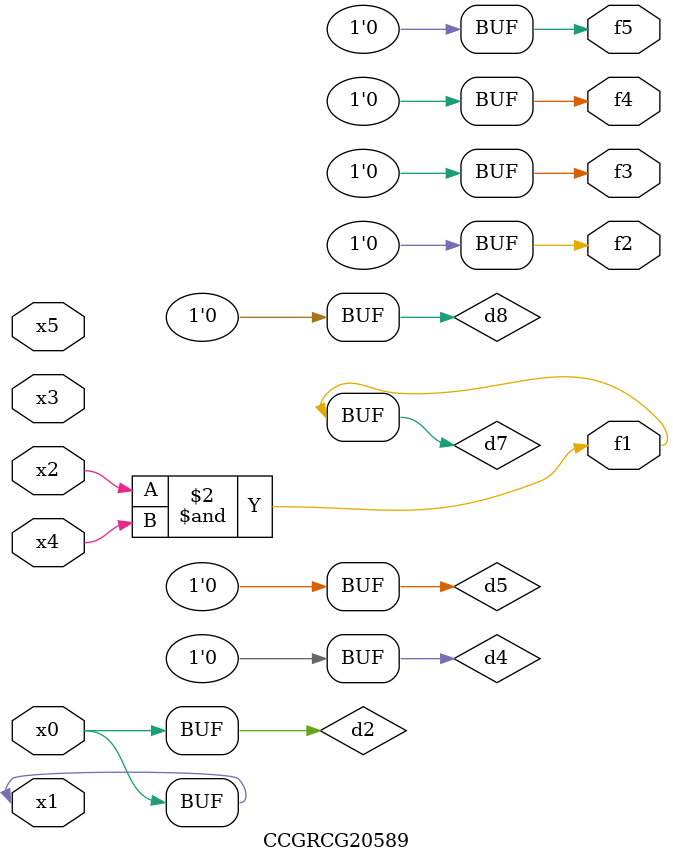
<source format=v>
module CCGRCG20589(
	input x0, x1, x2, x3, x4, x5,
	output f1, f2, f3, f4, f5
);

	wire d1, d2, d3, d4, d5, d6, d7, d8, d9;

	nand (d1, x1);
	buf (d2, x0, x1);
	nand (d3, x2, x4);
	and (d4, d1, d2);
	and (d5, d1, d2);
	nand (d6, d1, d3);
	not (d7, d3);
	xor (d8, d5);
	nor (d9, d5, d6);
	assign f1 = d7;
	assign f2 = d8;
	assign f3 = d8;
	assign f4 = d8;
	assign f5 = d8;
endmodule

</source>
